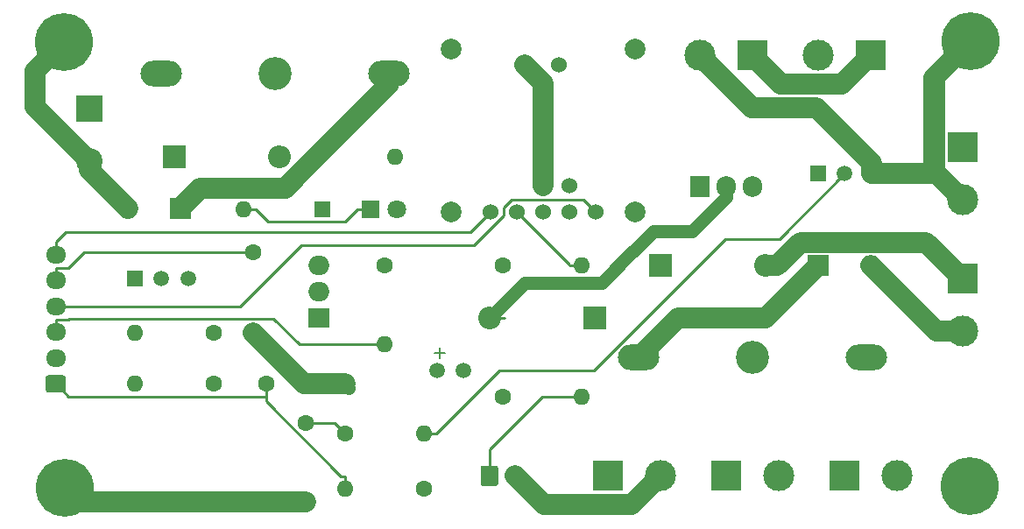
<source format=gtl>
G04 #@! TF.GenerationSoftware,KiCad,Pcbnew,(5.1.9)-1*
G04 #@! TF.CreationDate,2021-05-24T15:14:23+02:00*
G04 #@! TF.ProjectId,charge_pcb,63686172-6765-45f7-9063-622e6b696361,rev?*
G04 #@! TF.SameCoordinates,Original*
G04 #@! TF.FileFunction,Copper,L1,Top*
G04 #@! TF.FilePolarity,Positive*
%FSLAX46Y46*%
G04 Gerber Fmt 4.6, Leading zero omitted, Abs format (unit mm)*
G04 Created by KiCad (PCBNEW (5.1.9)-1) date 2021-05-24 15:14:23*
%MOMM*%
%LPD*%
G01*
G04 APERTURE LIST*
G04 #@! TA.AperFunction,EtchedComponent*
%ADD10C,0.150000*%
G04 #@! TD*
G04 #@! TA.AperFunction,ConnectorPad*
%ADD11C,5.600000*%
G04 #@! TD*
G04 #@! TA.AperFunction,ComponentPad*
%ADD12C,3.600000*%
G04 #@! TD*
G04 #@! TA.AperFunction,ComponentPad*
%ADD13O,1.600000X1.600000*%
G04 #@! TD*
G04 #@! TA.AperFunction,ComponentPad*
%ADD14C,1.600000*%
G04 #@! TD*
G04 #@! TA.AperFunction,ComponentPad*
%ADD15C,3.000000*%
G04 #@! TD*
G04 #@! TA.AperFunction,ComponentPad*
%ADD16R,3.000000X3.000000*%
G04 #@! TD*
G04 #@! TA.AperFunction,ComponentPad*
%ADD17O,2.000000X1.905000*%
G04 #@! TD*
G04 #@! TA.AperFunction,ComponentPad*
%ADD18R,2.000000X1.905000*%
G04 #@! TD*
G04 #@! TA.AperFunction,ComponentPad*
%ADD19O,1.905000X2.000000*%
G04 #@! TD*
G04 #@! TA.AperFunction,ComponentPad*
%ADD20R,1.905000X2.000000*%
G04 #@! TD*
G04 #@! TA.AperFunction,ComponentPad*
%ADD21O,2.200000X2.200000*%
G04 #@! TD*
G04 #@! TA.AperFunction,ComponentPad*
%ADD22R,2.200000X2.200000*%
G04 #@! TD*
G04 #@! TA.AperFunction,ComponentPad*
%ADD23O,1.700000X2.000000*%
G04 #@! TD*
G04 #@! TA.AperFunction,ComponentPad*
%ADD24O,1.950000X1.700000*%
G04 #@! TD*
G04 #@! TA.AperFunction,ComponentPad*
%ADD25C,1.800000*%
G04 #@! TD*
G04 #@! TA.AperFunction,ComponentPad*
%ADD26R,1.800000X1.800000*%
G04 #@! TD*
G04 #@! TA.AperFunction,ComponentPad*
%ADD27C,1.524000*%
G04 #@! TD*
G04 #@! TA.AperFunction,ComponentPad*
%ADD28C,2.000000*%
G04 #@! TD*
G04 #@! TA.AperFunction,ComponentPad*
%ADD29R,1.500000X1.500000*%
G04 #@! TD*
G04 #@! TA.AperFunction,ComponentPad*
%ADD30C,1.500000*%
G04 #@! TD*
G04 #@! TA.AperFunction,ComponentPad*
%ADD31C,3.200000*%
G04 #@! TD*
G04 #@! TA.AperFunction,ComponentPad*
%ADD32O,4.000500X2.499360*%
G04 #@! TD*
G04 #@! TA.AperFunction,ComponentPad*
%ADD33O,2.000000X2.000000*%
G04 #@! TD*
G04 #@! TA.AperFunction,ComponentPad*
%ADD34R,2.000000X2.000000*%
G04 #@! TD*
G04 #@! TA.AperFunction,ComponentPad*
%ADD35R,1.600000X1.600000*%
G04 #@! TD*
G04 #@! TA.AperFunction,ComponentPad*
%ADD36C,1.501140*%
G04 #@! TD*
G04 #@! TA.AperFunction,ComponentPad*
%ADD37C,2.540000*%
G04 #@! TD*
G04 #@! TA.AperFunction,ComponentPad*
%ADD38R,2.540000X2.540000*%
G04 #@! TD*
G04 #@! TA.AperFunction,Conductor*
%ADD39C,0.254000*%
G04 #@! TD*
G04 #@! TA.AperFunction,Conductor*
%ADD40C,1.250000*%
G04 #@! TD*
G04 #@! TA.AperFunction,Conductor*
%ADD41C,2.000000*%
G04 #@! TD*
G04 APERTURE END LIST*
D10*
X109489240Y-138000740D02*
X109989620Y-138000740D01*
X109489240Y-138000740D02*
X109489240Y-137500360D01*
X108988860Y-138000740D02*
X109489240Y-138000740D01*
X109489240Y-138000740D02*
X109489240Y-138399520D01*
X109489240Y-138399520D02*
X109489240Y-138501120D01*
D11*
X160830000Y-107840000D03*
D12*
X160830000Y-107840000D03*
D11*
X73250000Y-150970000D03*
D12*
X73250000Y-150970000D03*
D11*
X160750000Y-150820000D03*
D12*
X160750000Y-150820000D03*
D11*
X73160000Y-107940000D03*
D12*
X73160000Y-107940000D03*
D13*
X91440000Y-135890000D03*
D14*
X91440000Y-128270000D03*
D15*
X146050000Y-109220000D03*
D16*
X151130000Y-109220000D03*
D15*
X134620000Y-109220000D03*
D16*
X139700000Y-109220000D03*
D15*
X160020000Y-123190000D03*
D16*
X160020000Y-118110000D03*
D15*
X160020000Y-135890000D03*
D16*
X160020000Y-130810000D03*
D15*
X130810000Y-149860000D03*
D16*
X125730000Y-149860000D03*
D15*
X142240000Y-149860000D03*
D16*
X137160000Y-149860000D03*
D15*
X153670000Y-149860000D03*
D16*
X148590000Y-149860000D03*
D17*
X97790000Y-129540000D03*
X97790000Y-132080000D03*
D18*
X97790000Y-134620000D03*
D19*
X139700000Y-121920000D03*
X137160000Y-121920000D03*
D20*
X134620000Y-121920000D03*
D21*
X140970000Y-129540000D03*
D22*
X130810000Y-129540000D03*
D13*
X96520000Y-152400000D03*
D14*
X96520000Y-144780000D03*
D23*
X116800000Y-149860000D03*
G04 #@! TA.AperFunction,ComponentPad*
G36*
G01*
X113450000Y-150610000D02*
X113450000Y-149110000D01*
G75*
G02*
X113700000Y-148860000I250000J0D01*
G01*
X114900000Y-148860000D01*
G75*
G02*
X115150000Y-149110000I0J-250000D01*
G01*
X115150000Y-150610000D01*
G75*
G02*
X114900000Y-150860000I-250000J0D01*
G01*
X113700000Y-150860000D01*
G75*
G02*
X113450000Y-150610000I0J250000D01*
G01*
G37*
G04 #@! TD.AperFunction*
D24*
X72390000Y-128470000D03*
X72390000Y-130970000D03*
X72390000Y-133470000D03*
X72390000Y-135970000D03*
X72390000Y-138470000D03*
G04 #@! TA.AperFunction,ComponentPad*
G36*
G01*
X73115000Y-141820000D02*
X71665000Y-141820000D01*
G75*
G02*
X71415000Y-141570000I0J250000D01*
G01*
X71415000Y-140370000D01*
G75*
G02*
X71665000Y-140120000I250000J0D01*
G01*
X73115000Y-140120000D01*
G75*
G02*
X73365000Y-140370000I0J-250000D01*
G01*
X73365000Y-141570000D01*
G75*
G02*
X73115000Y-141820000I-250000J0D01*
G01*
G37*
G04 #@! TD.AperFunction*
D25*
X105370000Y-124050000D03*
D26*
X102830000Y-124050000D03*
D13*
X105220000Y-119010000D03*
D14*
X97600000Y-119010000D03*
D27*
X122010000Y-121790000D03*
X119470000Y-121790000D03*
X119470000Y-124330000D03*
X122010000Y-124330000D03*
D28*
X128360000Y-108582000D03*
X110580000Y-108582000D03*
X128360000Y-124330000D03*
X110580000Y-124330000D03*
D27*
X120994000Y-110106000D03*
X117692000Y-110106000D03*
X124550000Y-124330000D03*
X114390000Y-124330000D03*
X116930000Y-124330000D03*
D13*
X100330000Y-140970000D03*
D14*
X92710000Y-140970000D03*
D13*
X100330000Y-151100000D03*
D14*
X107950000Y-151100000D03*
D13*
X123190000Y-142240000D03*
D14*
X115570000Y-142240000D03*
D13*
X107950000Y-145790000D03*
D14*
X100330000Y-145790000D03*
D13*
X80010000Y-140970000D03*
D14*
X87630000Y-140970000D03*
D13*
X80010000Y-136000000D03*
D14*
X87630000Y-136000000D03*
D13*
X123190000Y-129540000D03*
D14*
X115570000Y-129540000D03*
D13*
X104140000Y-137160000D03*
D14*
X104140000Y-129540000D03*
D29*
X146050000Y-120650000D03*
D30*
X151250000Y-120650000D03*
X148650000Y-120650000D03*
D29*
X80010000Y-130810000D03*
D30*
X85210000Y-130810000D03*
X82610000Y-130810000D03*
D31*
X139700000Y-138430000D03*
D32*
X150700740Y-138430000D03*
X128699260Y-138430000D03*
D31*
X93620000Y-110950000D03*
D32*
X82619260Y-110950000D03*
X104620740Y-110950000D03*
D21*
X114300000Y-134620000D03*
D22*
X124460000Y-134620000D03*
D33*
X151130000Y-129540000D03*
D34*
X146050000Y-129540000D03*
D13*
X90570000Y-124090000D03*
D35*
X98190000Y-124090000D03*
D21*
X94040000Y-119010000D03*
D22*
X83880000Y-119010000D03*
D33*
X79330000Y-123970000D03*
D34*
X84410000Y-123970000D03*
D36*
X111760000Y-139700000D03*
X109220000Y-139700000D03*
D37*
X75640000Y-119430000D03*
D38*
X75640000Y-114350000D03*
D39*
X123190000Y-129540000D02*
X122008700Y-129540000D01*
X116930000Y-124330000D02*
X122008700Y-129408700D01*
X122008700Y-129408700D02*
X122008700Y-129540000D01*
X102830000Y-124050000D02*
X101548700Y-124050000D01*
X90570000Y-124090000D02*
X91751300Y-124090000D01*
X91751300Y-124090000D02*
X92932700Y-125271400D01*
X92932700Y-125271400D02*
X100327300Y-125271400D01*
X100327300Y-125271400D02*
X101548700Y-124050000D01*
D40*
X157640999Y-111029001D02*
X160830000Y-107840000D01*
X157640999Y-120810999D02*
X157640999Y-111029001D01*
X160020000Y-123190000D02*
X157640999Y-120810999D01*
X100689571Y-141329571D02*
X100330000Y-140970000D01*
X96520000Y-140970000D02*
X91440000Y-135890000D01*
X100330000Y-140970000D02*
X96520000Y-140970000D01*
D41*
X70360001Y-114150001D02*
X75640000Y-119430000D01*
X70360001Y-110739999D02*
X70360001Y-114150001D01*
X73160000Y-107940000D02*
X70360001Y-110739999D01*
X75640000Y-120280000D02*
X79330000Y-123970000D01*
X75640000Y-119430000D02*
X75640000Y-120280000D01*
X74680000Y-152400000D02*
X73250000Y-150970000D01*
X96520000Y-152400000D02*
X74680000Y-152400000D01*
X151250000Y-119589340D02*
X151250000Y-120650000D01*
X145888671Y-114228011D02*
X151250000Y-119589340D01*
X139628011Y-114228011D02*
X145888671Y-114228011D01*
X134620000Y-109220000D02*
X139628011Y-114228011D01*
X157480000Y-120650000D02*
X160020000Y-123190000D01*
X151250000Y-120650000D02*
X157480000Y-120650000D01*
X157265999Y-120435999D02*
X157480000Y-120650000D01*
X157265999Y-111404001D02*
X157265999Y-120435999D01*
X160830000Y-107840000D02*
X157265999Y-111404001D01*
X157480000Y-135890000D02*
X151130000Y-129540000D01*
X160020000Y-135890000D02*
X157480000Y-135890000D01*
X119554001Y-152614001D02*
X116800000Y-149860000D01*
X128055999Y-152614001D02*
X119554001Y-152614001D01*
X130810000Y-149860000D02*
X128055999Y-152614001D01*
X96347390Y-140970000D02*
X91440000Y-136062610D01*
X100330000Y-140970000D02*
X96347390Y-140970000D01*
D39*
X104620700Y-110950000D02*
X104620700Y-112581000D01*
X104620700Y-112581000D02*
X104029000Y-112581000D01*
X104029000Y-112581000D02*
X97600000Y-119010000D01*
D40*
X104620740Y-110950000D02*
X104620740Y-111989260D01*
D41*
X94574001Y-122035999D02*
X95620999Y-120989001D01*
X86344001Y-122035999D02*
X94574001Y-122035999D01*
X84410000Y-123970000D02*
X86344001Y-122035999D01*
X95620999Y-120989001D02*
X97600000Y-119010000D01*
X97600000Y-119010000D02*
X104620740Y-111989260D01*
X119470000Y-111884000D02*
X119470000Y-121787490D01*
X117692000Y-110106000D02*
X119470000Y-111884000D01*
X140970000Y-134620000D02*
X132509260Y-134620000D01*
X132509260Y-134620000D02*
X128699260Y-138430000D01*
X146050000Y-129540000D02*
X140970000Y-134620000D01*
D39*
X114300000Y-134620000D02*
X115781300Y-134620000D01*
D40*
X117700999Y-131219001D02*
X114300000Y-134620000D01*
X128171250Y-128191550D02*
X125143799Y-131219001D01*
X128191550Y-128191550D02*
X128171250Y-128191550D01*
X130174099Y-126209001D02*
X128191550Y-128191550D01*
X137160000Y-122914702D02*
X133865701Y-126209001D01*
X125143799Y-131219001D02*
X117700999Y-131219001D01*
X133865701Y-126209001D02*
X130174099Y-126209001D01*
X137160000Y-121920000D02*
X137160000Y-122914702D01*
D39*
X72390000Y-130970000D02*
X72390000Y-129738700D01*
X72390000Y-129738700D02*
X73621300Y-129738700D01*
X73621300Y-129738700D02*
X75090000Y-128270000D01*
X75090000Y-128270000D02*
X91440000Y-128270000D01*
X124550000Y-124330000D02*
X123388500Y-123168500D01*
X123388500Y-123168500D02*
X116419300Y-123168500D01*
X116419300Y-123168500D02*
X115660000Y-123927800D01*
X115660000Y-123927800D02*
X115660000Y-124700700D01*
X115660000Y-124700700D02*
X112814700Y-127546000D01*
X112814700Y-127546000D02*
X96148900Y-127546000D01*
X96148900Y-127546000D02*
X90224900Y-133470000D01*
X90224900Y-133470000D02*
X72390000Y-133470000D01*
X72390000Y-135970000D02*
X72390000Y-134738700D01*
X72390000Y-134738700D02*
X73621300Y-134738700D01*
X73621300Y-134738700D02*
X73678400Y-134681600D01*
X73678400Y-134681600D02*
X93454300Y-134681600D01*
X93454300Y-134681600D02*
X95932700Y-137160000D01*
X95932700Y-137160000D02*
X104140000Y-137160000D01*
X96520000Y-144780000D02*
X99320000Y-144780000D01*
X99320000Y-144780000D02*
X100330000Y-145790000D01*
X92710000Y-142188900D02*
X92710000Y-142665800D01*
X92710000Y-142665800D02*
X99962900Y-149918700D01*
X99962900Y-149918700D02*
X100330000Y-149918700D01*
X92710000Y-140970000D02*
X92710000Y-142188900D01*
X72390000Y-140970000D02*
X73608900Y-142188900D01*
X73608900Y-142188900D02*
X92710000Y-142188900D01*
X100330000Y-151100000D02*
X100330000Y-149918700D01*
D41*
X148375999Y-111974001D02*
X151130000Y-109220000D01*
X142454001Y-111974001D02*
X148375999Y-111974001D01*
X139700000Y-109220000D02*
X142454001Y-111974001D01*
D39*
X107950000Y-145790000D02*
X109131300Y-145790000D01*
X148650000Y-120650000D02*
X142347900Y-126952100D01*
X142347900Y-126952100D02*
X137120000Y-126952100D01*
X137120000Y-126952100D02*
X124394500Y-139677600D01*
X124394500Y-139677600D02*
X115243700Y-139677600D01*
X115243700Y-139677600D02*
X109131300Y-145790000D01*
X72390000Y-128470000D02*
X72390000Y-127238700D01*
X114390000Y-124330000D02*
X112457000Y-126263000D01*
X112457000Y-126263000D02*
X73365700Y-126263000D01*
X73365700Y-126263000D02*
X72390000Y-127238700D01*
X123190000Y-142240000D02*
X119380000Y-142240000D01*
X114300000Y-147320000D02*
X114300000Y-149860000D01*
X119380000Y-142240000D02*
X114300000Y-147320000D01*
D41*
X156495999Y-127285999D02*
X160020000Y-130810000D01*
X144376681Y-127285999D02*
X156495999Y-127285999D01*
X142122680Y-129540000D02*
X144376681Y-127285999D01*
X140970000Y-129540000D02*
X142122680Y-129540000D01*
M02*

</source>
